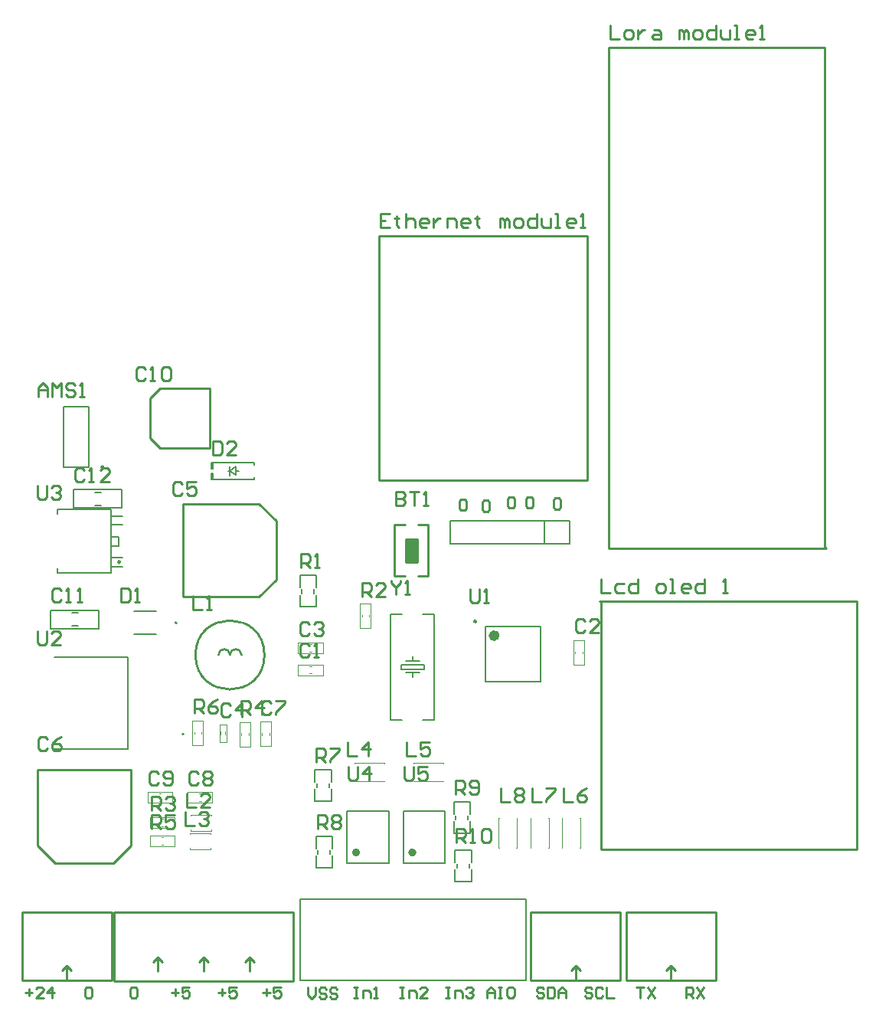
<source format=gto>
G04*
G04 #@! TF.GenerationSoftware,Altium Limited,Altium Designer,20.1.11 (218)*
G04*
G04 Layer_Color=65535*
%FSTAX24Y24*%
%MOIN*%
G70*
G04*
G04 #@! TF.SameCoordinates,6DBB7448-FED5-465F-904A-7FE87FEFC6C8*
G04*
G04*
G04 #@! TF.FilePolarity,Positive*
G04*
G01*
G75*
%ADD10C,0.0098*%
%ADD11C,0.0079*%
%ADD12C,0.0100*%
%ADD13C,0.0236*%
%ADD14C,0.0050*%
%ADD15C,0.0040*%
%ADD16C,0.0059*%
%ADD17C,0.0039*%
%ADD18C,0.0070*%
%ADD19R,0.0500X0.1000*%
G36*
X035605Y017822D02*
Y017584D01*
X03537D01*
Y017822D01*
X035605D01*
D02*
G37*
G36*
X038055D02*
Y017584D01*
X03782D01*
Y017822D01*
X038055D01*
D02*
G37*
D10*
X024491Y034481D02*
G03*
X024491Y034481I-000049J0D01*
G01*
X025218Y030351D02*
G03*
X025218Y030351I-000049J0D01*
G01*
X040723Y027761D02*
G03*
X040723Y027761I-000049J0D01*
G01*
D11*
X03808Y017704D02*
G03*
X03808Y017704I-000142J0D01*
G01*
X03563D02*
G03*
X03563Y017704I-000142J0D01*
G01*
X027993Y022861D02*
G03*
X027993Y022861I-000039J0D01*
G01*
X027691Y0277D02*
G03*
X027691Y0277I-000039J0D01*
G01*
X023851Y034481D02*
Y037119D01*
X022749Y034481D02*
Y037119D01*
Y034481D02*
X023851D01*
X022749Y037119D02*
X023851D01*
X0222Y02804D02*
Y02825D01*
X0243D01*
X02311Y02756D02*
X02339D01*
X02311Y02813D02*
X02339D01*
X0243Y02745D02*
Y02825D01*
X0222Y02745D02*
X0243D01*
X0222D02*
Y02804D01*
X0232Y03329D02*
Y0335D01*
X0253D01*
X02411Y03281D02*
X02439D01*
X02411Y03338D02*
X02439D01*
X0253Y0327D02*
Y0335D01*
X0232Y0327D02*
X0253D01*
X0232D02*
Y03329D01*
X029993Y034103D02*
Y034497D01*
Y0343D02*
X030268Y034143D01*
X029993Y0343D02*
X030268Y034497D01*
Y034143D02*
Y034497D01*
X029914Y0343D02*
X029993D01*
X030268D02*
X030386D01*
X033044Y029767D02*
X033754D01*
X033044Y029222D02*
Y029767D01*
X033754Y029222D02*
Y029767D01*
Y028389D02*
Y028917D01*
X033044Y028389D02*
X033754D01*
X033044D02*
Y028917D01*
X034406Y020783D02*
Y021311D01*
X033696D02*
X034406D01*
X033696Y020783D02*
Y021311D01*
Y019933D02*
Y020478D01*
X034406Y019933D02*
Y020478D01*
X033696Y019933D02*
X034406D01*
X033746Y017035D02*
X034456D01*
Y01758D01*
X033746Y017035D02*
Y01758D01*
Y017885D02*
Y018413D01*
X034456D01*
Y017885D02*
Y018413D01*
X035094Y017251D02*
Y019495D01*
X036906D01*
Y017251D02*
Y019495D01*
X035094Y017251D02*
X036906D01*
X037544D02*
Y019495D01*
X039356D01*
Y017251D02*
Y019495D01*
X037544Y017251D02*
X039356D01*
X0437Y03115D02*
Y03215D01*
X039602Y03115D02*
Y03215D01*
X044798D01*
X039602Y03115D02*
X044798D01*
Y03215D01*
X040456Y019385D02*
Y019913D01*
X039746D02*
X040456D01*
X039746Y019385D02*
Y019913D01*
Y018535D02*
Y01908D01*
X040456Y018535D02*
Y01908D01*
X039746Y018535D02*
X040456D01*
X039796Y016435D02*
X040506D01*
Y01698D01*
X039796Y016435D02*
Y01698D01*
Y017285D02*
Y017813D01*
X040506D01*
Y017285D02*
Y017813D01*
X041107Y025133D02*
Y027535D01*
X043508Y025133D02*
Y027535D01*
X041107D02*
X043508D01*
X041107Y025133D02*
X043508D01*
D12*
X03Y0263D02*
G03*
X0295Y0263I-00025J0D01*
G01*
X0305D02*
G03*
X03Y0263I-00025J0D01*
G01*
X0315D02*
G03*
X0315Y0263I-0015J0D01*
G01*
X022905Y01217D02*
Y012785D01*
X023105Y012585D01*
X022705D02*
X022905Y012785D01*
X02095Y01215D02*
X02485D01*
X02095D02*
Y015105D01*
X02485Y01215D02*
Y015105D01*
X02095D02*
X02485D01*
X021622Y02129D02*
X025678D01*
X021622Y01799D02*
X022378Y017235D01*
X021622Y01799D02*
Y02129D01*
X022378Y017235D02*
X024922D01*
X025678Y01799D01*
Y02129D01*
X030845Y01253D02*
Y013145D01*
X031045Y012945D01*
X030645D02*
X030845Y013145D01*
X02865Y012945D02*
X02885Y013145D01*
X02905Y012945D01*
X02885Y01253D02*
Y013145D01*
X026855Y01253D02*
Y013145D01*
X027055Y012945D01*
X026655D02*
X026855Y013145D01*
X03277Y01211D02*
Y0151D01*
X02495D02*
X03277D01*
X02495Y01211D02*
X03277D01*
X02495D02*
Y0151D01*
X029107Y035301D02*
Y037899D01*
X026509Y037466D02*
X026942Y037899D01*
X029107D01*
X026509Y035734D02*
Y037466D01*
Y035734D02*
X026942Y035301D01*
X029107D01*
X02796Y028822D02*
Y032878D01*
X03126Y028822D02*
X032015Y029578D01*
X02796Y028822D02*
X03126D01*
X032015Y029578D02*
Y032122D01*
X03126Y032878D02*
X032015Y032122D01*
X02796Y032878D02*
X03126D01*
X0365Y0339D02*
Y04455D01*
Y0339D02*
X04555D01*
Y04455D01*
X0365D02*
X04555D01*
X03717Y02974D02*
X03762D01*
X03818D02*
X03863D01*
Y03196D01*
X03717Y02974D02*
Y03196D01*
X03765Y03035D02*
Y03135D01*
X03815D01*
Y03035D02*
Y03135D01*
X03765Y03035D02*
X03815D01*
X03717Y03196D02*
X03762D01*
X03818D02*
X03863D01*
X045055Y01217D02*
Y012785D01*
X045255Y012585D01*
X044855D02*
X045055Y012785D01*
X0431Y01215D02*
X047D01*
X0431D02*
Y015105D01*
X047Y01215D02*
Y015105D01*
X0431D02*
X047D01*
X0573Y01785D02*
Y02865D01*
X0461D02*
X0573D01*
X0461D02*
X04615Y0286D01*
Y01785D02*
Y0286D01*
Y01785D02*
X0573D01*
X0559Y031D02*
Y05275D01*
Y031D02*
X05595Y03095D01*
X0465D02*
X05595D01*
X0465Y05275D02*
X0559D01*
X0465Y03095D02*
Y05275D01*
X049205Y01217D02*
Y012785D01*
X049405Y012585D01*
X049005D02*
X049205Y012785D01*
X04725Y01215D02*
X05115D01*
X04725D02*
Y015105D01*
X05115Y01215D02*
Y015105D01*
X04725D02*
X05115D01*
X02565Y011771D02*
X025729Y01185D01*
X025886D01*
X025965Y011771D01*
Y011456D01*
X025886Y011377D01*
X025729D01*
X02565Y011456D01*
Y011771D01*
X044075Y033046D02*
X044154Y033125D01*
X044312D01*
X04439Y033046D01*
Y032731D01*
X044312Y032653D01*
X044154D01*
X044075Y032731D01*
Y033046D01*
X042875Y033096D02*
X042954Y033175D01*
X043112D01*
X04319Y033096D01*
Y032781D01*
X043112Y032703D01*
X042954D01*
X042875Y032781D01*
Y033096D01*
X042076D02*
X042154Y033175D01*
X042312D01*
X04239Y033096D01*
Y032781D01*
X042312Y032703D01*
X042154D01*
X042076Y032781D01*
Y033096D01*
X040975Y032946D02*
X041054Y033025D01*
X041212D01*
X04129Y032946D01*
Y032631D01*
X041212Y032553D01*
X041054D01*
X040975Y032631D01*
Y032946D01*
X039976Y032996D02*
X040054Y033075D01*
X040212D01*
X04029Y032996D01*
Y032681D01*
X040212Y032603D01*
X040054D01*
X039976Y032681D01*
Y032996D01*
X04985Y011377D02*
Y01185D01*
X050086D01*
X050165Y011771D01*
Y011614D01*
X050086Y011535D01*
X04985D01*
X050007D02*
X050165Y011377D01*
X050322Y01185D02*
X050637Y011377D01*
Y01185D02*
X050322Y011377D01*
X0477Y01185D02*
X048015D01*
X047857D01*
Y011377D01*
X048172Y01185D02*
X048487Y011377D01*
Y01185D02*
X048172Y011377D01*
X045765Y011771D02*
X045686Y01185D01*
X045529D01*
X04545Y011771D01*
Y011692D01*
X045529Y011614D01*
X045686D01*
X045765Y011535D01*
Y011456D01*
X045686Y011377D01*
X045529D01*
X04545Y011456D01*
X046237Y011771D02*
X046158Y01185D01*
X046001D01*
X045922Y011771D01*
Y011456D01*
X046001Y011377D01*
X046158D01*
X046237Y011456D01*
X046395Y01185D02*
Y011377D01*
X046709D01*
X043665Y011771D02*
X043586Y01185D01*
X043429D01*
X04335Y011771D01*
Y011692D01*
X043429Y011614D01*
X043586D01*
X043665Y011535D01*
Y011456D01*
X043586Y011377D01*
X043429D01*
X04335Y011456D01*
X043822Y01185D02*
Y011377D01*
X044058D01*
X044137Y011456D01*
Y011771D01*
X044058Y01185D01*
X043822D01*
X044295Y011377D02*
Y011692D01*
X044452Y01185D01*
X044609Y011692D01*
Y011377D01*
Y011614D01*
X044295D01*
X0412Y011377D02*
Y011692D01*
X041357Y01185D01*
X041515Y011692D01*
Y011377D01*
Y011614D01*
X0412D01*
X041672Y01185D02*
X04183D01*
X041751D01*
Y011377D01*
X041672D01*
X04183D01*
X042066Y011771D02*
X042145Y01185D01*
X042302D01*
X042381Y011771D01*
Y011456D01*
X042302Y011377D01*
X042145D01*
X042066Y011456D01*
Y011771D01*
X0394Y01185D02*
X039557D01*
X039479D01*
Y011377D01*
X0394D01*
X039557D01*
X039794D02*
Y011692D01*
X04003D01*
X040108Y011614D01*
Y011377D01*
X040266Y011771D02*
X040345Y01185D01*
X040502D01*
X040581Y011771D01*
Y011692D01*
X040502Y011614D01*
X040423D01*
X040502D01*
X040581Y011535D01*
Y011456D01*
X040502Y011377D01*
X040345D01*
X040266Y011456D01*
X0374Y01185D02*
X037557D01*
X037479D01*
Y011377D01*
X0374D01*
X037557D01*
X037794D02*
Y011692D01*
X03803D01*
X038108Y011614D01*
Y011377D01*
X038581D02*
X038266D01*
X038581Y011692D01*
Y011771D01*
X038502Y01185D01*
X038345D01*
X038266Y011771D01*
X0354Y01185D02*
X035557D01*
X035479D01*
Y011377D01*
X0354D01*
X035557D01*
X035794D02*
Y011692D01*
X03603D01*
X036108Y011614D01*
Y011377D01*
X036266D02*
X036423D01*
X036345D01*
Y01185D01*
X036266Y011771D01*
X031428Y011614D02*
X031743D01*
X031585Y011771D02*
Y011456D01*
X032215Y01185D02*
X0319D01*
Y011614D01*
X032058Y011692D01*
X032136D01*
X032215Y011614D01*
Y011456D01*
X032136Y011377D01*
X031979D01*
X0319Y011456D01*
X029485Y011614D02*
X0298D01*
X029643Y011771D02*
Y011456D01*
X030272Y01185D02*
X029958D01*
Y011614D01*
X030115Y011692D01*
X030194D01*
X030272Y011614D01*
Y011456D01*
X030194Y011377D01*
X030036D01*
X029958Y011456D01*
X02745Y011614D02*
X027765D01*
X027607Y011771D02*
Y011456D01*
X028237Y01185D02*
X027922D01*
Y011614D01*
X02808Y011692D01*
X028158D01*
X028237Y011614D01*
Y011456D01*
X028158Y011377D01*
X028001D01*
X027922Y011456D01*
X0334Y011822D02*
Y011507D01*
X033557Y01135D01*
X033715Y011507D01*
Y011822D01*
X034187Y011744D02*
X034108Y011822D01*
X033951D01*
X033872Y011744D01*
Y011665D01*
X033951Y011586D01*
X034108D01*
X034187Y011507D01*
Y011429D01*
X034108Y01135D01*
X033951D01*
X033872Y011429D01*
X034659Y011744D02*
X034581Y011822D01*
X034423D01*
X034345Y011744D01*
Y011665D01*
X034423Y011586D01*
X034581D01*
X034659Y011507D01*
Y011429D01*
X034581Y01135D01*
X034423D01*
X034345Y011429D01*
X023686Y011771D02*
X023764Y01185D01*
X023922D01*
X024Y011771D01*
Y011456D01*
X023922Y011377D01*
X023764D01*
X023686Y011456D01*
Y011771D01*
X021086Y011614D02*
X0214D01*
X021243Y011771D02*
Y011456D01*
X021873Y011377D02*
X021558D01*
X021873Y011692D01*
Y011771D01*
X021794Y01185D01*
X021637D01*
X021558Y011771D01*
X022266Y011377D02*
Y01185D01*
X02203Y011614D01*
X022345D01*
X021623Y033667D02*
Y033167D01*
X021723Y033067D01*
X021923D01*
X022023Y033167D01*
Y033667D01*
X022223Y033567D02*
X022323Y033667D01*
X022523D01*
X022623Y033567D01*
Y033467D01*
X022523Y033367D01*
X022423D01*
X022523D01*
X022623Y033267D01*
Y033167D01*
X022523Y033067D01*
X022323D01*
X022223Y033167D01*
X02207Y022625D02*
X02197Y022725D01*
X02177D01*
X02167Y022625D01*
Y022225D01*
X02177Y022125D01*
X02197D01*
X02207Y022225D01*
X02267Y022725D02*
X02247Y022625D01*
X02227Y022425D01*
Y022225D01*
X02237Y022125D01*
X02257D01*
X02267Y022225D01*
Y022325D01*
X02257Y022425D01*
X02227D01*
X02266Y029089D02*
X02256Y029189D01*
X02236D01*
X02226Y029089D01*
Y02869D01*
X02236Y02859D01*
X02256D01*
X02266Y02869D01*
X02286Y02859D02*
X02306D01*
X02296D01*
Y029189D01*
X02286Y029089D01*
X02336Y02859D02*
X02356D01*
X02346D01*
Y029189D01*
X02336Y029089D01*
X02366Y034339D02*
X02356Y034439D01*
X02336D01*
X02326Y034339D01*
Y03394D01*
X02336Y03384D01*
X02356D01*
X02366Y03394D01*
X02386Y03384D02*
X02406D01*
X02396D01*
Y034439D01*
X02386Y034339D01*
X02476Y03384D02*
X02436D01*
X02476Y034239D01*
Y034339D01*
X02466Y034439D01*
X02446D01*
X02436Y034339D01*
X026338Y038752D02*
X026238Y038852D01*
X026038D01*
X025938Y038752D01*
Y038352D01*
X026038Y038252D01*
X026238D01*
X026338Y038352D01*
X026538Y038252D02*
X026738D01*
X026638D01*
Y038852D01*
X026538Y038752D01*
X027038D02*
X027138Y038852D01*
X027338D01*
X027438Y038752D01*
Y038352D01*
X027338Y038252D01*
X027138D01*
X027038Y038352D01*
Y038752D01*
X026585Y01955D02*
Y02015D01*
X026885D01*
X026985Y02005D01*
Y01985D01*
X026885Y01975D01*
X026585D01*
X026785D02*
X026985Y01955D01*
X027185Y02005D02*
X027285Y02015D01*
X027485D01*
X027585Y02005D01*
Y01995D01*
X027485Y01985D01*
X027385D01*
X027485D01*
X027585Y01975D01*
Y01965D01*
X027485Y01955D01*
X027285D01*
X027185Y01965D01*
X026595Y018745D02*
Y019345D01*
X026895D01*
X026995Y019245D01*
Y019045D01*
X026895Y018945D01*
X026595D01*
X026795D02*
X026995Y018745D01*
X027595Y019345D02*
X027195D01*
Y019045D01*
X027395Y019145D01*
X027495D01*
X027595Y019045D01*
Y018845D01*
X027495Y018745D01*
X027295D01*
X027195Y018845D01*
X026905Y021153D02*
X026805Y021253D01*
X026605D01*
X026505Y021153D01*
Y020753D01*
X026605Y020653D01*
X026805D01*
X026905Y020753D01*
X027105D02*
X027204Y020653D01*
X027404D01*
X027504Y020753D01*
Y021153D01*
X027404Y021253D01*
X027204D01*
X027105Y021153D01*
Y021053D01*
X027204Y020953D01*
X027504D01*
X027927Y033722D02*
X027827Y033822D01*
X027627D01*
X027527Y033722D01*
Y033323D01*
X027627Y033223D01*
X027827D01*
X027927Y033323D01*
X028527Y033822D02*
X028127D01*
Y033523D01*
X028327Y033622D01*
X028427D01*
X028527Y033523D01*
Y033323D01*
X028427Y033223D01*
X028227D01*
X028127Y033323D01*
X02811Y02027D02*
Y01967D01*
X02851D01*
X02911D02*
X02871D01*
X02911Y02007D01*
Y02017D01*
X02901Y02027D01*
X02881D01*
X02871Y02017D01*
X02806Y01947D02*
Y01887D01*
X02846D01*
X02866Y01937D02*
X02876Y01947D01*
X02896D01*
X02906Y01937D01*
Y01927D01*
X02896Y01917D01*
X02886D01*
X02896D01*
X02906Y01907D01*
Y01897D01*
X02896Y01887D01*
X02876D01*
X02866Y01897D01*
X02845Y02376D02*
Y02436D01*
X02875D01*
X02885Y02426D01*
Y02406D01*
X02875Y02396D01*
X02845D01*
X02865D02*
X02885Y02376D01*
X02945Y02436D02*
X02925Y02426D01*
X02905Y02406D01*
Y02386D01*
X02915Y02376D01*
X02935D01*
X02945Y02386D01*
Y02396D01*
X02935Y02406D01*
X02905D01*
X028635Y02115D02*
X028535Y02125D01*
X028335D01*
X028235Y02115D01*
Y02075D01*
X028335Y02065D01*
X028535D01*
X028635Y02075D01*
X028835Y02115D02*
X028935Y02125D01*
X029135D01*
X029235Y02115D01*
Y02105D01*
X029135Y02095D01*
X029235Y02085D01*
Y02075D01*
X029135Y02065D01*
X028935D01*
X028835Y02075D01*
Y02085D01*
X028935Y02095D01*
X028835Y02105D01*
Y02115D01*
X028935Y02095D02*
X029135D01*
X02839Y02887D02*
Y02827D01*
X02879D01*
X02899D02*
X02919D01*
X02909D01*
Y02887D01*
X02899Y02877D01*
X03002Y0241D02*
X02992Y0242D01*
X02972D01*
X02962Y0241D01*
Y0237D01*
X02972Y0236D01*
X02992D01*
X03002Y0237D01*
X03052Y0236D02*
Y0242D01*
X03022Y0239D01*
X03062D01*
X0318Y024219D02*
X0317Y024319D01*
X0315D01*
X0314Y024219D01*
Y023819D01*
X0315Y023719D01*
X0317D01*
X0318Y023819D01*
X032Y024319D02*
X0324D01*
Y024219D01*
X032Y023819D01*
Y023719D01*
X033445Y026695D02*
X033345Y026795D01*
X033145D01*
X033045Y026695D01*
Y026295D01*
X033145Y026195D01*
X033345D01*
X033445Y026295D01*
X033645Y026195D02*
X033845D01*
X033745D01*
Y026795D01*
X033645Y026695D01*
X033445Y027645D02*
X033345Y027745D01*
X033145D01*
X033045Y027645D01*
Y027245D01*
X033145Y027145D01*
X033345D01*
X033445Y027245D01*
X033645Y027645D02*
X033745Y027745D01*
X033945D01*
X034045Y027645D01*
Y027545D01*
X033945Y027445D01*
X033845D01*
X033945D01*
X034045Y027345D01*
Y027245D01*
X033945Y027145D01*
X033745D01*
X033645Y027245D01*
X0331Y030104D02*
Y030704D01*
X0334D01*
X0335Y030604D01*
Y030404D01*
X0334Y030304D01*
X0331D01*
X0333D02*
X0335Y030104D01*
X033699D02*
X033899D01*
X033799D01*
Y030704D01*
X033699Y030604D01*
X033756Y021652D02*
Y022252D01*
X034056D01*
X034156Y022152D01*
Y021952D01*
X034056Y021852D01*
X033756D01*
X033956D02*
X034156Y021652D01*
X034356Y022252D02*
X034756D01*
Y022152D01*
X034356Y021752D01*
Y021652D01*
X033806Y018754D02*
Y019354D01*
X034106D01*
X034206Y019254D01*
Y019054D01*
X034106Y018954D01*
X033806D01*
X034006D02*
X034206Y018754D01*
X034406Y019254D02*
X034506Y019354D01*
X034706D01*
X034806Y019254D01*
Y019154D01*
X034706Y019054D01*
X034806Y018954D01*
Y018854D01*
X034706Y018754D01*
X034506D01*
X034406Y018854D01*
Y018954D01*
X034506Y019054D01*
X034406Y019154D01*
Y019254D01*
X034506Y019054D02*
X034706D01*
X035155Y021428D02*
Y020928D01*
X035255Y020828D01*
X035455D01*
X035555Y020928D01*
Y021428D01*
X036055Y020828D02*
Y021428D01*
X035755Y021128D01*
X036155D01*
X03575Y02885D02*
Y02945D01*
X03605D01*
X03615Y02935D01*
Y02915D01*
X03605Y02905D01*
X03575D01*
X03595D02*
X03615Y02885D01*
X03675D02*
X03635D01*
X03675Y02925D01*
Y02935D01*
X03665Y02945D01*
X03645D01*
X03635Y02935D01*
X037605Y021428D02*
Y020928D01*
X037705Y020828D01*
X037905D01*
X038005Y020928D01*
Y021428D01*
X038605D02*
X038205D01*
Y021128D01*
X038405Y021228D01*
X038505D01*
X038605Y021128D01*
Y020928D01*
X038505Y020828D01*
X038305D01*
X038205Y020928D01*
X040462Y029179D02*
Y028679D01*
X040562Y028579D01*
X040762D01*
X040862Y028679D01*
Y029179D01*
X041062Y028579D02*
X041262D01*
X041162D01*
Y029179D01*
X041062Y029079D01*
X041785Y020515D02*
Y019915D01*
X042185D01*
X042385Y020415D02*
X042485Y020515D01*
X042685D01*
X042785Y020415D01*
Y020315D01*
X042685Y020215D01*
X042785Y020115D01*
Y020015D01*
X042685Y019915D01*
X042485D01*
X042385Y020015D01*
Y020115D01*
X042485Y020215D01*
X042385Y020315D01*
Y020415D01*
X042485Y020215D02*
X042685D01*
X044535Y020515D02*
Y019915D01*
X044935D01*
X045535Y020515D02*
X045335Y020415D01*
X045135Y020215D01*
Y020015D01*
X045235Y019915D01*
X045435D01*
X045535Y020015D01*
Y020115D01*
X045435Y020215D01*
X045135D01*
X04545Y02776D02*
X04535Y02786D01*
X04515D01*
X04505Y02776D01*
Y02736D01*
X04515Y02726D01*
X04535D01*
X04545Y02736D01*
X04605Y02726D02*
X04565D01*
X04605Y02766D01*
Y02776D01*
X04595Y02786D01*
X04575D01*
X04565Y02776D01*
X021664Y037538D02*
Y037938D01*
X021864Y038138D01*
X022064Y037938D01*
Y037538D01*
Y037838D01*
X021664D01*
X022264Y037538D02*
Y038138D01*
X022464Y037938D01*
X022664Y038138D01*
Y037538D01*
X023264Y038038D02*
X023164Y038138D01*
X022964D01*
X022864Y038038D01*
Y037938D01*
X022964Y037838D01*
X023164D01*
X023264Y037738D01*
Y037638D01*
X023164Y037538D01*
X022964D01*
X022864Y037638D01*
X023464Y037538D02*
X023664D01*
X023564D01*
Y038138D01*
X023464Y038038D01*
X03511Y02252D02*
Y02192D01*
X03551D01*
X03601D02*
Y02252D01*
X03571Y02222D01*
X03611D01*
X03769Y02252D02*
Y02192D01*
X03809D01*
X03869Y02252D02*
X03829D01*
Y02222D01*
X03849Y02232D01*
X03859D01*
X03869Y02222D01*
Y02202D01*
X03859Y02192D01*
X03839D01*
X03829Y02202D01*
X04316Y020515D02*
Y019915D01*
X04356D01*
X04376Y020515D02*
X04416D01*
Y020415D01*
X04376Y020015D01*
Y019915D01*
X03981Y02025D02*
Y02085D01*
X04011D01*
X04021Y02075D01*
Y02055D01*
X04011Y02045D01*
X03981D01*
X04001D02*
X04021Y02025D01*
X04041Y02035D02*
X04051Y02025D01*
X04071D01*
X04081Y02035D01*
Y02075D01*
X04071Y02085D01*
X04051D01*
X04041Y02075D01*
Y02065D01*
X04051Y02055D01*
X04081D01*
X03702Y02955D02*
Y02945D01*
X03722Y02925D01*
X03742Y02945D01*
Y02955D01*
X03722Y02925D02*
Y02895D01*
X03762D02*
X03782D01*
X03772D01*
Y02955D01*
X03762Y02945D01*
X021629Y027331D02*
Y026831D01*
X021729Y026731D01*
X021929D01*
X022029Y026831D01*
Y027331D01*
X022629Y026731D02*
X022229D01*
X022629Y027131D01*
Y027231D01*
X022529Y027331D01*
X022329D01*
X022229Y027231D01*
X039856Y018154D02*
Y018754D01*
X040156D01*
X040256Y018654D01*
Y018454D01*
X040156Y018354D01*
X039856D01*
X040056D02*
X040256Y018154D01*
X040456D02*
X040656D01*
X040556D01*
Y018754D01*
X040456Y018654D01*
X040956D02*
X041056Y018754D01*
X041256D01*
X041356Y018654D01*
Y018254D01*
X041256Y018154D01*
X041056D01*
X040956Y018254D01*
Y018654D01*
X0305Y0237D02*
Y0243D01*
X0308D01*
X0309Y0242D01*
Y024D01*
X0308Y0239D01*
X0305D01*
X0307D02*
X0309Y0237D01*
X0314D02*
Y0243D01*
X0311Y024D01*
X0315D01*
X046545Y053705D02*
Y053105D01*
X046945D01*
X047245D02*
X047445D01*
X047545Y053205D01*
Y053405D01*
X047445Y053505D01*
X047245D01*
X047145Y053405D01*
Y053205D01*
X047245Y053105D01*
X047745Y053505D02*
Y053105D01*
Y053305D01*
X047845Y053405D01*
X047945Y053505D01*
X048045D01*
X048444D02*
X048644D01*
X048744Y053405D01*
Y053105D01*
X048444D01*
X048344Y053205D01*
X048444Y053305D01*
X048744D01*
X049544Y053105D02*
Y053505D01*
X049644D01*
X049744Y053405D01*
Y053105D01*
Y053405D01*
X049844Y053505D01*
X049944Y053405D01*
Y053105D01*
X050244D02*
X050444D01*
X050544Y053205D01*
Y053405D01*
X050444Y053505D01*
X050244D01*
X050144Y053405D01*
Y053205D01*
X050244Y053105D01*
X051144Y053705D02*
Y053105D01*
X050844D01*
X050744Y053205D01*
Y053405D01*
X050844Y053505D01*
X051144D01*
X051343D02*
Y053205D01*
X051443Y053105D01*
X051743D01*
Y053505D01*
X051943Y053105D02*
X052143D01*
X052043D01*
Y053705D01*
X051943D01*
X052743Y053105D02*
X052543D01*
X052443Y053205D01*
Y053405D01*
X052543Y053505D01*
X052743D01*
X052843Y053405D01*
Y053305D01*
X052443D01*
X053043Y053105D02*
X053243D01*
X053143D01*
Y053705D01*
X053043Y053605D01*
X04615Y0296D02*
Y029D01*
X04655D01*
X04715Y0294D02*
X04685D01*
X04675Y0293D01*
Y0291D01*
X04685Y029D01*
X04715D01*
X047749Y0296D02*
Y029D01*
X04745D01*
X04735Y0291D01*
Y0293D01*
X04745Y0294D01*
X047749D01*
X048649Y029D02*
X048849D01*
X048949Y0291D01*
Y0293D01*
X048849Y0294D01*
X048649D01*
X048549Y0293D01*
Y0291D01*
X048649Y029D01*
X049149D02*
X049349D01*
X049249D01*
Y0296D01*
X049149D01*
X049949Y029D02*
X049749D01*
X049649Y0291D01*
Y0293D01*
X049749Y0294D01*
X049949D01*
X050049Y0293D01*
Y0292D01*
X049649D01*
X050649Y0296D02*
Y029D01*
X050349D01*
X050249Y0291D01*
Y0293D01*
X050349Y0294D01*
X050649D01*
X051448Y029D02*
X051648D01*
X051548D01*
Y0296D01*
X051448Y0295D01*
X036955Y045505D02*
X036555D01*
Y044905D01*
X036955D01*
X036555Y045205D02*
X036755D01*
X037255Y045405D02*
Y045305D01*
X037155D01*
X037355D01*
X037255D01*
Y045005D01*
X037355Y044905D01*
X037655Y045505D02*
Y044905D01*
Y045205D01*
X037755Y045305D01*
X037955D01*
X038055Y045205D01*
Y044905D01*
X038554D02*
X038354D01*
X038254Y045005D01*
Y045205D01*
X038354Y045305D01*
X038554D01*
X038654Y045205D01*
Y045105D01*
X038254D01*
X038854Y045305D02*
Y044905D01*
Y045105D01*
X038954Y045205D01*
X039054Y045305D01*
X039154D01*
X039454Y044905D02*
Y045305D01*
X039754D01*
X039854Y045205D01*
Y044905D01*
X040354D02*
X040154D01*
X040054Y045005D01*
Y045205D01*
X040154Y045305D01*
X040354D01*
X040454Y045205D01*
Y045105D01*
X040054D01*
X040754Y045405D02*
Y045305D01*
X040654D01*
X040854D01*
X040754D01*
Y045005D01*
X040854Y044905D01*
X041753D02*
Y045305D01*
X041853D01*
X041953Y045205D01*
Y044905D01*
Y045205D01*
X042053Y045305D01*
X042153Y045205D01*
Y044905D01*
X042453D02*
X042653D01*
X042753Y045005D01*
Y045205D01*
X042653Y045305D01*
X042453D01*
X042353Y045205D01*
Y045005D01*
X042453Y044905D01*
X043353Y045505D02*
Y044905D01*
X043053D01*
X042953Y045005D01*
Y045205D01*
X043053Y045305D01*
X043353D01*
X043553D02*
Y045005D01*
X043653Y044905D01*
X043953D01*
Y045305D01*
X044153Y044905D02*
X044352D01*
X044253D01*
Y045505D01*
X044153D01*
X044952Y044905D02*
X044752D01*
X044652Y045005D01*
Y045205D01*
X044752Y045305D01*
X044952D01*
X045052Y045205D01*
Y045105D01*
X044652D01*
X045252Y044905D02*
X045452D01*
X045352D01*
Y045505D01*
X045252Y045405D01*
X02927Y0356D02*
Y035D01*
X02957D01*
X02967Y0351D01*
Y0355D01*
X02957Y0356D01*
X02927D01*
X03027Y035D02*
X02987D01*
X03027Y0354D01*
Y0355D01*
X03017Y0356D01*
X02997D01*
X02987Y0355D01*
X02524Y0292D02*
Y0286D01*
X02554D01*
X02564Y0287D01*
Y0291D01*
X02554Y0292D01*
X02524D01*
X02584Y0286D02*
X02604D01*
X02594D01*
Y0292D01*
X02584Y0291D01*
X037225Y033405D02*
Y032805D01*
X037525D01*
X037625Y032905D01*
Y033005D01*
X037525Y033105D01*
X037225D01*
X037525D01*
X037625Y033205D01*
Y033305D01*
X037525Y033405D01*
X037225D01*
X037825D02*
X038225D01*
X038025D01*
Y032805D01*
X038425D02*
X038625D01*
X038525D01*
Y033405D01*
X038425Y033305D01*
D13*
X041618Y027141D02*
G03*
X041618Y027141I-000118J0D01*
G01*
D14*
X042903Y012125D02*
Y015668D01*
X03306Y012125D02*
Y015668D01*
X042903D01*
X03306Y012125D02*
X042903D01*
X022472Y029872D02*
Y030069D01*
Y032431D02*
Y032628D01*
X024834Y029872D02*
Y032628D01*
Y031959D02*
X025306D01*
X024834D02*
Y032353D01*
X025306D01*
X024834Y031054D02*
X025149D01*
X024834D02*
Y031447D01*
X025149D01*
Y031054D02*
Y031447D01*
X024834Y030542D02*
X025306D01*
X024834Y030148D02*
Y030542D01*
Y030148D02*
X025306D01*
X022472Y032628D02*
X024834D01*
X022472Y029872D02*
X024834D01*
X022343Y0262D02*
X025565D01*
Y0222D02*
Y0262D01*
X022343Y0222D02*
X025565D01*
X025833Y028192D02*
X026794D01*
X025833Y027208D02*
X026794D01*
X037Y023473D02*
Y028073D01*
X0384D02*
X0389D01*
X037D02*
X0375D01*
X037Y023473D02*
X0375D01*
X03795Y026023D02*
Y026223D01*
X03765Y026023D02*
X03825D01*
X03745Y025873D02*
X03845D01*
X03745Y025673D02*
Y025873D01*
Y025673D02*
X03845D01*
Y025873D01*
X03765Y025523D02*
X03825D01*
X03795Y025323D02*
Y025523D01*
X0389Y023473D02*
Y028073D01*
X0384Y023473D02*
X0389D01*
D15*
X02701Y01916D02*
X02709D01*
X02701Y01884D02*
X02709D01*
X02651Y01877D02*
X02758D01*
X02651D02*
Y01923D01*
X02758D01*
Y01877D02*
Y01923D01*
X02701Y01804D02*
X02709D01*
X02701Y01836D02*
X02709D01*
X02652Y01843D02*
X02759D01*
Y01797D02*
Y01843D01*
X02652Y01797D02*
X02759D01*
X02652D02*
Y01843D01*
X026425Y01987D02*
Y02033D01*
Y01987D02*
X027495D01*
Y02033D01*
X026425D02*
X027495D01*
X026915Y02026D02*
X026995D01*
X026915Y01994D02*
X026995D01*
X0292Y0193D02*
Y01935D01*
X0283D02*
X0292D01*
X0283Y0193D02*
Y01935D01*
X0292Y01865D02*
Y0187D01*
X0283Y01865D02*
X0292D01*
X0283D02*
Y0187D01*
X02825Y01785D02*
Y0179D01*
Y01785D02*
X02915D01*
Y0179D01*
X02825Y0185D02*
Y01855D01*
X02915D01*
Y0185D02*
Y01855D01*
X02876Y02286D02*
Y02294D01*
X02844Y02286D02*
Y02294D01*
X02837Y02237D02*
Y02344D01*
X02883D01*
Y02237D02*
Y02344D01*
X02837Y02237D02*
X02883D01*
X02923Y01987D02*
Y02033D01*
X02816D02*
X02923D01*
X02816Y01987D02*
Y02033D01*
Y01987D02*
X02923D01*
X02866Y01994D02*
X02874D01*
X02866Y02026D02*
X02874D01*
X03049Y02281D02*
Y02289D01*
X03081Y02281D02*
Y02289D01*
X03088Y02231D02*
Y02338D01*
X03042Y02231D02*
X03088D01*
X03042D02*
Y02338D01*
X03088D01*
X03132Y022325D02*
X03178D01*
Y023395D01*
X03132D02*
X03178D01*
X03132Y022325D02*
Y023395D01*
X03139Y022815D02*
Y022895D01*
X03171Y022815D02*
Y022895D01*
X03297Y02542D02*
Y02588D01*
Y02542D02*
X03404D01*
Y02588D01*
X03297D02*
X03404D01*
X03346Y02581D02*
X03354D01*
X03346Y02549D02*
X03354D01*
X03346Y02644D02*
X03354D01*
X03346Y02676D02*
X03354D01*
X03297Y02683D02*
X03404D01*
Y02637D02*
Y02683D01*
X03297Y02637D02*
X03404D01*
X03297D02*
Y02683D01*
X03541Y0208D02*
X03671D01*
X03541Y0216D02*
X03671D01*
X03541Y0208D02*
Y02082D01*
X03671Y0208D02*
Y02082D01*
Y02157D02*
Y0216D01*
X03541Y02158D02*
Y0216D01*
X03574Y02796D02*
Y02804D01*
X03606Y02796D02*
Y02804D01*
X03613Y02746D02*
Y02853D01*
X03567Y02746D02*
X03613D01*
X03567D02*
Y02853D01*
X03613D01*
X03799Y0208D02*
X03929D01*
X03799Y0216D02*
X03929D01*
X03799Y0208D02*
Y02082D01*
X03929Y0208D02*
Y02082D01*
Y02157D02*
Y0216D01*
X03799Y02158D02*
Y0216D01*
X04248Y01921D02*
X0425D01*
X04247Y01791D02*
X0425D01*
X0417D02*
X04172D01*
X0417Y01921D02*
X04172D01*
X0425Y01791D02*
Y01921D01*
X0417Y01791D02*
Y01921D01*
X043855D02*
X043875D01*
X043845Y01791D02*
X043875D01*
X043075D02*
X043095D01*
X043075Y01921D02*
X043095D01*
X043875Y01791D02*
Y01921D01*
X043075Y01791D02*
Y01921D01*
X04523D02*
X04525D01*
X04522Y01791D02*
X04525D01*
X04445D02*
X04447D01*
X04445Y01921D02*
X04447D01*
X04525Y01791D02*
Y01921D01*
X04445Y01791D02*
Y01921D01*
X044965Y02587D02*
X045425D01*
Y02694D01*
X044965D02*
X045425D01*
X044965Y02587D02*
Y02694D01*
X045035Y02636D02*
Y02644D01*
X045355Y02636D02*
Y02644D01*
D16*
X031056Y034566D02*
Y034661D01*
X02925D02*
X031056D01*
X0292D02*
X02925D01*
X0292Y0344D02*
Y034661D01*
Y0344D02*
X02925D01*
Y034661D01*
Y033939D02*
Y0342D01*
X0292D02*
X02925D01*
X0292Y033939D02*
Y0342D01*
Y033939D02*
X02925D01*
X031056D01*
Y034034D01*
D17*
X02954Y02252D02*
Y02328D01*
X02985D01*
Y02252D02*
Y02328D01*
X02954Y02252D02*
X02985D01*
X0296Y02284D02*
Y02296D01*
X0298Y02284D02*
Y02296D01*
D18*
X03367Y028986D02*
Y029166D01*
X03313Y028986D02*
Y029166D01*
X03432Y020534D02*
Y020714D01*
X03378Y020534D02*
Y020714D01*
X03383Y017636D02*
Y017816D01*
X03437Y017636D02*
Y017816D01*
X04037Y019136D02*
Y019316D01*
X03983Y019136D02*
Y019316D01*
X03988Y017036D02*
Y017216D01*
X04042Y017036D02*
Y017216D01*
D19*
X0379Y03085D02*
D03*
M02*

</source>
